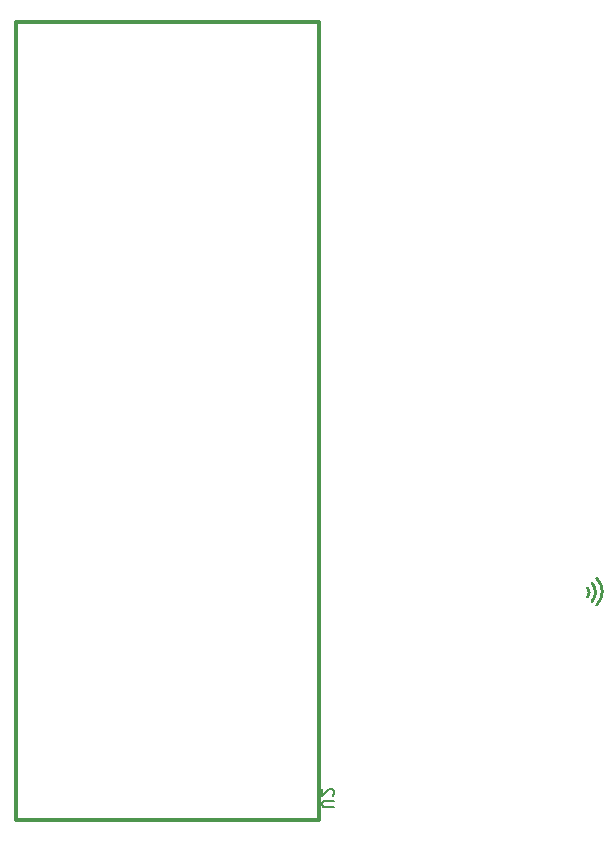
<source format=gbr>
G04 #@! TF.GenerationSoftware,KiCad,Pcbnew,(5.0.2)-1*
G04 #@! TF.CreationDate,2019-05-14T17:11:37+02:00*
G04 #@! TF.ProjectId,Mini-Lora,4d696e69-2d4c-46f7-9261-2e6b69636164,rev?*
G04 #@! TF.SameCoordinates,Original*
G04 #@! TF.FileFunction,Legend,Bot*
G04 #@! TF.FilePolarity,Positive*
%FSLAX46Y46*%
G04 Gerber Fmt 4.6, Leading zero omitted, Abs format (unit mm)*
G04 Created by KiCad (PCBNEW (5.0.2)-1) date 14/05/2019 17:11:37*
%MOMM*%
%LPD*%
G01*
G04 APERTURE LIST*
%ADD10C,0.300000*%
%ADD11C,0.254000*%
%ADD12C,0.150000*%
G04 APERTURE END LIST*
D10*
G04 #@! TO.C,U2*
X158530541Y-59634946D02*
X158530541Y-127234946D01*
X158430541Y-127234946D02*
X132930541Y-127234946D01*
X132930541Y-127234946D02*
X132930541Y-59634946D01*
X132930541Y-59634946D02*
X158554725Y-59687027D01*
D11*
G04 #@! TO.C,J$2*
X182060409Y-109028120D02*
G75*
G03X182060409Y-106742120I-1143000J1143000D01*
G01*
X181666709Y-108697920D02*
G75*
G03X181666709Y-107173920I-834415J762000D01*
G01*
X181298410Y-108342320D02*
G75*
G03X181298409Y-107580320I-550699J381000D01*
G01*
G04 #@! TO.C,U2*
D12*
X159802344Y-126148931D02*
X158992820Y-126148931D01*
X158897582Y-126101312D01*
X158849963Y-126053693D01*
X158802344Y-125958455D01*
X158802344Y-125767979D01*
X158849963Y-125672741D01*
X158897582Y-125625122D01*
X158992820Y-125577503D01*
X159802344Y-125577503D01*
X159707105Y-125148931D02*
X159754725Y-125101312D01*
X159802344Y-125006074D01*
X159802344Y-124767979D01*
X159754725Y-124672741D01*
X159707105Y-124625122D01*
X159611867Y-124577503D01*
X159516629Y-124577503D01*
X159373772Y-124625122D01*
X158802344Y-125196550D01*
X158802344Y-124577503D01*
G04 #@! TD*
M02*

</source>
